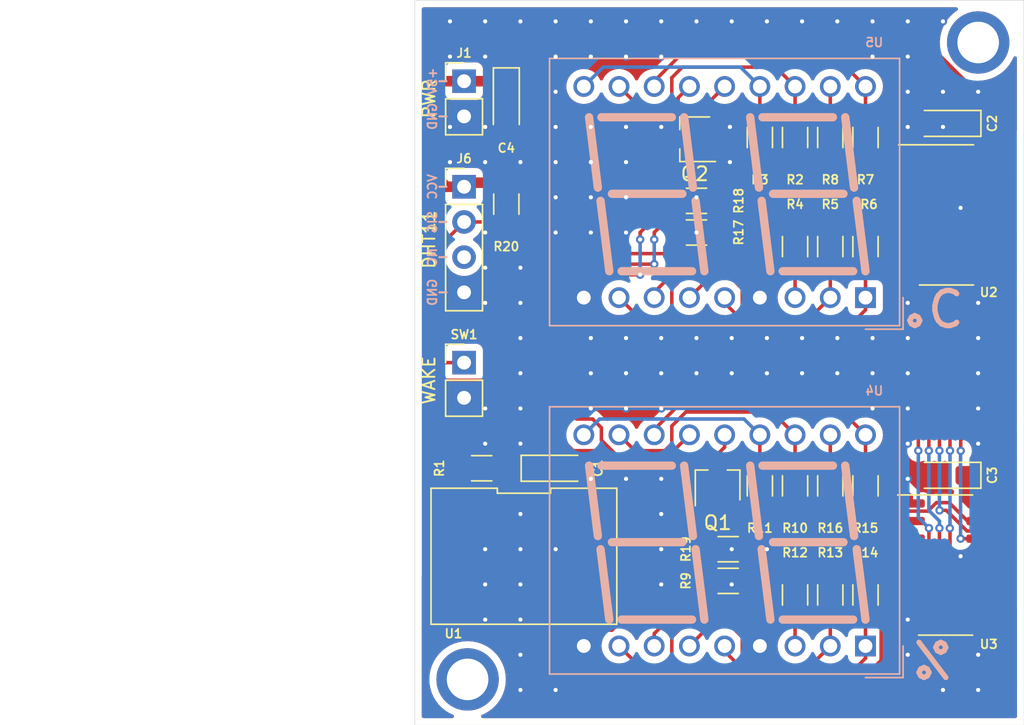
<source format=kicad_pcb>
(kicad_pcb (version 20221018) (generator pcbnew)
  (layers (0 "F.Cu" signal "Front") (31 "B.Cu" signal "Back") (34 "B.Paste" user) (35 "F.Paste" user) (36 "B.SilkS" user "B.Silkscreen") (37 "F.SilkS" user "F.Silkscreen") (38 "B.Mask" user) (39 "F.Mask" user) (44 "Edge.Cuts" user))
  (net 0 "")
  (net 1 "GND")
  (net 2 "VCC")
  (net 3 "Net-(R1-Pad2)")
  (net 4 "Net-(R2-Pad2)")
  (net 5 "Net-(R3-Pad2)")
  (net 6 "Net-(R4-Pad2)")
  (net 7 "Net-(R5-Pad2)")
  (net 8 "Net-(R6-Pad2)")
  (net 9 "Net-(R7-Pad2)")
  (net 10 "Net-(R8-Pad2)")
  (net 11 "Net-(R9-Pad2)")
  (net 12 "Net-(R10-Pad2)")
  (net 13 "Net-(R11-Pad2)")
  (net 14 "Net-(R12-Pad2)")
  (net 15 "Net-(R13-Pad2)")
  (net 16 "Net-(R14-Pad2)")
  (net 17 "Net-(R15-Pad2)")
  (net 18 "Net-(R16-Pad2)")
  (net 19 "Net-(R17-Pad2)")
  (net 20 "Net-(SW1-Pad1)")
  (net 21 "/SRCLK")
  (net 22 "/DATA")
  (net 23 "/RCLK")
  (net 24 "Net-(U2-Pad9)")
  (net 25 "Net-(J6-Pad2)")
  (net 26 "G_hum")
  (net 27 "F_hum")
  (net 28 "E_hum")
  (net 29 "D_hum")
  (net 30 "C_hum")
  (net 31 "B_hum")
  (net 32 "A_hum")
  (net 33 "G_tmp")
  (net 34 "F_tmp")
  (net 35 "E_tmp")
  (net 36 "D_tmp")
  (net 37 "C_tmp")
  (net 38 "B_tmp")
  (net 39 "A_tmp")
  (net 40 "TENS")
  (net 41 "ONES")
  (net 42 "Q_ONES")
  (net 43 "Q_TENS")
  (footprint "Resistor_SMD:R_1206_3216Metric_Pad1.30x1.75mm_HandSolder" (layer "F.Cu") (at 71.99 37.542 -90)
    (fp_text reference "R2")
    (fp_text value "270")
  )
  (footprint "Resistor_SMD:R_1206_3216Metric_Pad1.30x1.75mm_HandSolder" (layer "F.Cu") (at 69.45 37.542 -90)
    (fp_text reference "R3")
    (fp_text value "270")
  )
  (footprint "Resistor_SMD:R_1206_3216Metric_Pad1.30x1.75mm_HandSolder" (layer "F.Cu") (at 74.53 45.416 90)
    (fp_text reference "R5")
    (fp_text value "270")
  )
  (footprint "Resistor_SMD:R_1206_3216Metric_Pad1.30x1.75mm_HandSolder" (layer "F.Cu") (at 77.07 45.416 90)
    (fp_text reference "R6")
    (fp_text value "270")
  )
  (footprint "Resistor_SMD:R_1206_3216Metric_Pad1.30x1.75mm_HandSolder" (layer "F.Cu") (at 77.07 37.542 -90)
    (fp_text reference "R7")
    (fp_text value "270")
  )
  (footprint "Resistor_SMD:R_1206_3216Metric_Pad1.30x1.75mm_HandSolder" (layer "F.Cu") (at 74.53 37.542 -90)
    (fp_text reference "R8")
    (fp_text value "270")
  )
  (footprint "Resistor_SMD:R_1206_3216Metric_Pad1.30x1.75mm_HandSolder" (layer "F.Cu") (at 67.164 69.546)
    (fp_text reference "R9")
    (fp_text value "270")
  )
  (footprint "Resistor_SMD:R_1206_3216Metric_Pad1.30x1.75mm_HandSolder" (layer "F.Cu") (at 71.99 62.688 -90)
    (fp_text reference "R10")
    (fp_text value "270")
  )
  (footprint "Resistor_SMD:R_1206_3216Metric_Pad1.30x1.75mm_HandSolder" (layer "F.Cu") (at 69.45 62.688 -90)
    (fp_text reference "R11")
    (fp_text value "270")
  )
  (footprint "Resistor_SMD:R_1206_3216Metric_Pad1.30x1.75mm_HandSolder" (layer "F.Cu") (at 71.99 70.562 90)
    (fp_text reference "R12")
    (fp_text value "270")
  )
  (footprint "Resistor_SMD:R_1206_3216Metric_Pad1.30x1.75mm_HandSolder" (layer "F.Cu") (at 74.53 70.562 90)
    (fp_text reference "R13")
    (fp_text value "270")
  )
  (footprint "Resistor_SMD:R_1206_3216Metric_Pad1.30x1.75mm_HandSolder" (layer "F.Cu") (at 77.07 70.562 90)
    (fp_text reference "R14")
    (fp_text value "270")
  )
  (footprint "Resistor_SMD:R_1206_3216Metric_Pad1.30x1.75mm_HandSolder" (layer "F.Cu") (at 77.07 62.688 -90)
    (fp_text reference "R15")
    (fp_text value "270")
  )
  (footprint "Resistor_SMD:R_1206_3216Metric_Pad1.30x1.75mm_HandSolder" (layer "F.Cu") (at 74.53 62.688 -90)
    (fp_text reference "R16")
    (fp_text value "270")
  )
  (footprint "Resistor_SMD:R_1206_3216Metric_Pad1.30x1.75mm_HandSolder" (layer "F.Cu") (at 64.878 44.4)
    (fp_text reference "R17")
    (fp_text value "270")
  )
  (footprint "Package_SO:SOIC-16_3.9x9.9mm_P1.27mm" (layer "F.Cu") (at 82.912 43.13)
    (fp_text reference "U2")
    (fp_text value "74HC595")
  )
  (footprint "Package_SO:SOIC-16_3.9x9.9mm_P1.27mm" (layer "F.Cu") (at 82.847 68.403)
    (fp_text reference "U3")
    (fp_text value "74HC595")
  )
  (footprint "Resistor_SMD:R_1206_3216Metric_Pad1.30x1.75mm_HandSolder" (layer "F.Cu") (at 71.99 45.416 90)
    (fp_text reference "R4")
    (fp_text value "270")
  )
  (footprint "Connector_PinHeader_2.54mm:PinHeader_1x02_P2.54mm_Vertical" (layer "F.Cu") (at 48.114 33.478)
    (fp_text reference "J1")
    (fp_text value "POWER")
  )
  (footprint "Resistor_SMD:R_1206_3216Metric_Pad1.30x1.75mm_HandSolder" (layer "F.Cu") (at 49.384 61.418 180)
    (fp_text reference "R1")
    (fp_text value "10k")
  )
  (footprint "Connector_PinHeader_2.54mm:PinHeader_1x02_P2.54mm_Vertical" (layer "F.Cu") (at 48.114 53.793)
    (fp_text reference "SW1")
    (fp_text value "WAKE UP")
  )
  (footprint "Connector_PinHeader_2.54mm:PinHeader_1x04_P2.54mm_Vertical" (layer "F.Cu") (at 48.114 41.098)
    (fp_text reference "J6")
    (fp_text value "DHT11")
  )
  (footprint "Package_TO_SOT_SMD:SOT-23W" (layer "F.Cu") (at 66.402 62.618 90)
    (fp_text reference "Q1")
    (fp_text value "Q_NPN_BEC")
  )
  (footprint "Resistor_SMD:R_1206_3216Metric_Pad1.30x1.75mm_HandSolder" (layer "F.Cu") (at 67.164 67.26 180)
    (fp_text reference "R19")
    (fp_text value "10k")
  )
  (footprint "Resistor_SMD:R_1206_3216Metric_Pad1.30x1.75mm_HandSolder" (layer "F.Cu") (at 64.878 42.114 180)
    (fp_text reference "R18")
    (fp_text value "10k")
  )
  (footprint "Package_TO_SOT_SMD:SOT-23W" (layer "F.Cu") (at 64.751 37.669 180)
    (fp_text reference "Q2")
    (fp_text value "Q_NPN_BEC")
  )
  (footprint "Resistor_SMD:R_1206_3216Metric_Pad1.30x1.75mm_HandSolder" (layer "F.Cu") (at 51.162 42.353 90)
    (fp_text reference "R20")
    (fp_text value "10k")
  )
  (footprint "Capacitor_Tantalum_SMD:CP_EIA-3216-18_Kemet-A_Pad1.58x1.35mm_HandSolder" (layer "F.Cu") (at 51.162 35.002 -90)
    (fp_text reference "C4")
    (fp_text value "4.7u")
  )
  (footprint "Capacitor_Tantalum_SMD:CP_EIA-3216-18_Kemet-A_Pad1.58x1.35mm_HandSolder" (layer "F.Cu") (at 82.912 36.526 180)
    (fp_text reference "C2")
    (fp_text value "100n")
  )
  (footprint "Capacitor_Tantalum_SMD:CP_EIA-3216-18_Kemet-A_Pad1.58x1.35mm_HandSolder" (layer "F.Cu") (at 82.912 61.926 180)
    (fp_text reference "C3")
    (fp_text value "100n")
  )
  (footprint "Capacitor_Tantalum_SMD:CP_EIA-3216-18_Kemet-A_Pad1.58x1.35mm_HandSolder" (layer "F.Cu") (at 54.718 61.418)
    (fp_text reference "C1")
    (fp_text value "100n")
  )
  (footprint "Custom:FakeSMD_DIP-8" (layer "F.Cu") (at 52.432 67.768 -90)
    (fp_text reference "U1")
    (fp_text value "ATtiny45V-10P")
  )
  (footprint "Custom:HDSP-523Y" (layer "B.Cu") (at 77.07 65.99 180)
    (fp_text reference "U4")
    (fp_text value "HDSP-523Y")
  )
  (footprint "Custom:HDSP-523Y" (layer "B.Cu") (at 77.07 40.844 180)
    (fp_text reference "U5")
    (fp_text value "HDSP-523Y")
  )
  (gr_line (start 46.336 36.018) (end 46.844 36.018) (stroke (width 0.1524)) (layer "B.SilkS"))
  (gr_line (start 46.336 46.178) (end 46.844 46.178) (stroke (width 0.1524)) (layer "B.SilkS"))
  (gr_line (start 46.336 43.638) (end 46.844 43.638) (stroke (width 0.1524)) (layer "B.SilkS"))
  (gr_line (start 46.336 48.718) (end 46.844 48.718) (stroke (width 0.1524)) (layer "B.SilkS"))
  (gr_line (start 46.336 41.098) (end 46.844 41.098) (stroke (width 0.1524)) (layer "B.SilkS"))
  (gr_line (start 46.336 33.478) (end 46.844 33.478) (stroke (width 0.1524)) (layer "B.SilkS"))
  (gr_line (start 44.558 79.96) (end 44.558 27.636) (stroke (width 0.0381)) (layer "Edge.Cuts"))
  (gr_line (start 88.508 79.96) (end 44.558 79.96) (stroke (width 0.0381)) (layer "Edge.Cuts"))
  (gr_line (start 88.492 27.636) (end 88.508 79.96) (stroke (width 0.0381)) (layer "Edge.Cuts"))
  (gr_line (start 44.558 27.636) (end 88.492 27.636) (stroke (width 0.0381)) (layer "Edge.Cuts"))
  (gr_text "°C" (at 81.896 49.734 180) (layer "B.SilkS") (effects (font (size 2.54 2.54) (thickness 0.381)) (justify mirror)))
  (gr_text "%" (at 81.896 75.134 180) (layer "B.SilkS") (effects (font (size 2.54 2.54) (thickness 0.381)) (justify mirror)))
  (gr_text "SIG" (at 45.828001 43.637987 90) (layer "B.SilkS") (effects (font (size 0.635 0.635) (thickness 0.127)) (justify mirror)))
  (gr_text "NC" (at 45.828001 46.177987 90) (layer "B.SilkS") (effects (font (size 0.635 0.635) (thickness 0.127)) (justify mirror)))
  (gr_text "VCC" (at 45.828001 41.097987 90) (layer "B.SilkS") (effects (font (size 0.635 0.635) (thickness 0.127)) (justify mirror)))
  (gr_text "GND" (at 45.828001 36.017987 90) (layer "B.SilkS") (effects (font (size 0.635 0.635) (thickness 0.127)) (justify mirror)))
  (gr_text "GND" (at 45.828001 48.717987 90) (layer "B.SilkS") (effects (font (size 0.635 0.635) (thickness 0.127)) (justify mirror)))
  (gr_text "+5V" (at 45.828001 33.477987 90) (layer "B.SilkS") (effects (font (size 0.635 0.635) (thickness 0.127)) (justify mirror)))
  (gr_text "WAKE" (at 45.574 55.068 90) (layer "F.SilkS") (effects (font (size 0.889 0.889) (thickness 0.1397))))
  (gr_text "PWR" (at 45.574 34.748 90) (layer "F.SilkS") (effects (font (size 0.889 0.889) (thickness 0.1397))))
  (gr_text "DHT11" (at 45.574 44.908 90) (layer "F.SilkS") (effects (font (size 0.889 0.889) (thickness 0.1397))))
  (via (at 48.368 76.658) (size 4.500001) (drill 2.999999) (layers "F.Cu" "B.Cu") (net 0))
  (via (at 85.198 30.684) (size 4.500001) (drill 2.999999) (layers "F.Cu" "B.Cu") (net 0))
  (segment (start 85.387 42.495) (end 84.055 42.495) (width 0.254) (layer "F.Cu") (net 1))
  (segment (start 84.055 42.495) (end 83.928 42.622) (width 0.254) (layer "F.Cu") (net 1))
  (segment (start 85.322 67.768) (end 83.928 67.768) (width 0.254) (layer "F.Cu") (net 1))
  (via (at 62.338 62.18) (size 0.6) (drill 0.3) (layers "F.Cu" "B.Cu") (net 1))
  (via (at 52.178 69.8) (size 0.6) (drill 0.3) (layers "F.Cu" "B.Cu") (net 1))
  (via (at 85.198 34.24) (size 0.6) (drill 0.3) (layers "F.Cu" "B.Cu") (net 1))
  (via (at 49.638 39.32) (size 0.6) (drill 0.3) (layers "F.Cu" "B.Cu") (net 1))
  (via (at 49.638 36.78) (size 0.6) (drill 0.3) (layers "F.Cu" "B.Cu") (net 1))
  (via (at 47.098 36.78) (size 0.6) (drill 0.3) (layers "F.Cu" "B.Cu") (net 1))
  (via (at 82.658 29.16) (size 0.6) (drill 0.3) (layers "F.Cu" "B.Cu") (net 1))
  (via (at 52.178 39.32) (size 0.6) (drill 0.3) (layers "F.Cu" "B.Cu") (net 1))
  (via (at 54.718 34.24) (size 0.6) (drill 0.3) (layers "F.Cu" "B.Cu") (net 1))
  (via (at 69.958 29.16) (size 0.6) (drill 0.3) (layers "F.Cu" "B.Cu") (net 1))
  (via (at 62.338 57.1) (size 0.6) (drill 0.3) (layers "F.Cu" "B.Cu") (net 1))
  (via (at 49.638 59.64) (size 0.6) (drill 0.3) (layers "F.Cu" "B.Cu") (net 1))
  (via (at 59.798 52.02) (size 0.6) (drill 0.3) (layers "F.Cu" "B.Cu") (net 1))
  (via (at 69.958 54.56) (size 0.6) (drill 0.3) (layers "F.Cu" "B.Cu") (net 1))
  (via (at 52.178 46.94) (size 0.6) (drill 0.3) (layers "F.Cu" "B.Cu") (net 1))
  (via (at 54.718 36.78) (size 0.6) (drill 0.3) (layers "F.Cu" "B.Cu") (net 1))
  (via (at 77.578 29.16) (size 0.6) (drill 0.3) (layers "F.Cu" "B.Cu") (net 1))
  (via (at 80.118 34.24) (size 0.6) (drill 0.3) (layers "F.Cu" "B.Cu") (net 1))
  (via (at 80.118 52.02) (size 0.6) (drill 0.3) (layers "F.Cu" "B.Cu") (net 1))
  (via (at 67.418 29.16) (size 0.6) (drill 0.3) (layers "F.Cu" "B.Cu") (net 1))
  (via (at 83.928 67.768) (size 0.6) (drill 0.3) (layers "F.Cu" "B.Cu") (net 1))
  (via (at 57.258 29.16) (size 0.6) (drill 0.3) (layers "F.Cu" "B.Cu") (net 1))
  (via (at 82.658 77.42) (size 0.6) (drill 0.3) (layers "F.Cu" "B.Cu") (net 1))
  (via (at 47.098 31.7) (size 0.6) (drill 0.3) (layers "F.Cu" "B.Cu") (net 1))
  (via (at 62.338 29.16) (size 0.6) (drill 0.3) (layers "F.Cu" "B.Cu") (net 1))
  (via (at 54.718 44.4) (size 0.6) (drill 0.3) (layers "F.Cu" "B.Cu") (net 1))
  (via (at 69.958 52.02) (size 0.6) (drill 0.3) (layers "F.Cu" "B.Cu") (net 1))
  (via (at 62.338 31.7) (size 0.6) (drill 0.3) (layers "F.Cu" "B.Cu") (net 1))
  (via (at 80.118 57.1) (size 0.6) (drill 0.3) (layers "F.Cu" "B.Cu") (net 1))
  (via (at 67.418 54.56) (size 0.6) (drill 0.3) (layers "F.Cu" "B.Cu") (net 1))
  (via (at 57.258 41.86) (size 0.6) (drill 0.3) (layers "F.Cu" "B.Cu") (net 1))
  (via (at 62.338 36.78) (size 0.6) (drill 0.3) (layers "F.Cu" "B.Cu") (net 1))
  (via (at 49.638 67.26) (size 0.6) (drill 0.3) (layers "F.Cu" "B.Cu") (net 1))
  (via (at 59.798 44.4) (size 0.6) (drill 0.3) (layers "F.Cu" "B.Cu") (net 1))
  (via (at 67.291 36.78) (size 0.6) (drill 0.3) (layers "F.Cu" "B.Cu") (net 1))
  (via (at 82.658 34.24) (size 0.6) (drill 0.3) (layers "F.Cu" "B.Cu") (net 1))
  (via (at 64.878 54.56) (size 0.6) (drill 0.3) (layers "F.Cu" "B.Cu") (net 1))
  (via (at 49.638 31.7) (size 0.6) (drill 0.3) (layers "F.Cu" "B.Cu") (net 1))
  (via (at 57.258 44.4) (size 0.6) (drill 0.3) (layers "F.Cu" "B.Cu") (net 1))
  (via (at 49.638 57.1) (size 0.6) (drill 0.3) (layers "F.Cu" "B.Cu") (net 1))
  (via (at 52.178 72.34) (size 0.6) (drill 0.3) (layers "F.Cu" "B.Cu") (net 1))
  (via (at 75.038 54.56) (size 0.6) (drill 0.3) (layers "F.Cu" "B.Cu") (net 1))
  (via (at 52.178 54.56) (size 0.6) (drill 0.3) (layers "F.Cu" "B.Cu") (net 1))
  (via (at 62.338 64.72) (size 0.6) (drill 0.3) (layers "F.Cu" "B.Cu") (net 1))
  (via (at 52.178 64.72) (size 0.6) (drill 0.3) (layers "F.Cu" "B.Cu") (net 1))
  (via (at 59.798 41.86) (size 0.6) (drill 0.3) (layers "F.Cu" "B.Cu") (net 1))
  (via (at 47.098 39.32) (size 0.6) (drill 0.3) (layers "F.Cu" "B.Cu") (net 1))
  (via (at 59.798 62.18) (size 0.6) (drill 0.3) (layers "F.Cu" "B.Cu") (net 1))
  (via (at 57.258 36.78) (size 0.6) (drill 0.3) (layers "F.Cu" "B.Cu") (net 1))
  (via (at 67.418 52.02) (size 0.6) (drill 0.3) (layers "F.Cu" "B.Cu") (net 1))
  (via (at 62.338 54.56) (size 0.6) (drill 0.3) (layers "F.Cu" "B.Cu") (net 1))
  (via (at 80.118 72.34) (size 0.6) (drill 0.3) (layers "F.Cu" "B.Cu") (net 1))
  (via (at 80.118 49.48) (size 0.6) (drill 0.3) (layers "F.Cu" "B.Cu") (net 1))
  (via (at 80.118 54.56) (size 0.6) (drill 0.3) (layers "F.Cu" "B.Cu") (net 1))
  (via (at 67.291 39.32) (size 0.6) (drill 0.3) (layers "F.Cu" "B.Cu") (net 1))
  (via (at 64.878 41.86) (size 0.6) (drill 0.3) (layers "F.Cu" "B.Cu") (net 1))
  (via (at 57.258 57.1) (size 0.6) (drill 0.3) (layers "F.Cu" "B.Cu") (net 1))
  (via (at 85.198 57.1) (size 0.6) (drill 0.3) (layers "F.Cu" "B.Cu") (net 1))
  (via (at 54.718 29.16) (size 0.6) (drill 0.3) (layers "F.Cu" "B.Cu") (net 1))
  (via (at 77.578 57.1) (size 0.6) (drill 0.3) (layers "F.Cu" "B.Cu") (net 1))
  (via (at 72.498 52.02) (size 0.6) (drill 0.3) (layers "F.Cu" "B.Cu") (net 1))
  (via (at 52.178 29.16) (size 0.6) (drill 0.3) (layers "F.Cu" "B.Cu") (net 1))
  (via (at 47.098 29.16) (size 0.6) (drill 0.3) (layers "F.Cu" "B.Cu") (net 1))
  (via (at 52.178 77.42) (size 0.6) (drill 0.3) (layers "F.Cu" "B.Cu") (net 1))
  (via (at 59.798 54.56) (size 0.6) (drill 0.3) (layers "F.Cu" "B.Cu") (net 1))
  (via (at 49.638 29.16) (size 0.6) (drill 0.3) (layers "F.Cu" "B.Cu") (net 1))
  (via (at 54.718 39.32) (size 0.6) (drill 0.3) (layers "F.Cu" "B.Cu") (net 1))
  (via (at 85.198 77.42) (size 0.6) (drill 0.3) (layers "F.Cu" "B.Cu") (net 1))
  (via (at 62.338 67.26) (size 0.6) (drill 0.3) (layers "F.Cu" "B.Cu") (net 1))
  (via (at 80.118 62.18) (size 0.6) (drill 0.3) (layers "F.Cu" "B.Cu") (net 1))
  (via (at 80.118 29.16) (size 0.6) (drill 0.3) (layers "F.Cu" "B.Cu") (net 1))
  (via (at 54.718 41.86) (size 0.6) (drill 0.3) (layers "F.Cu" "B.Cu") (net 1))
  (via (at 59.798 36.78) (size 0.6) (drill 0.3) (layers "F.Cu" "B.Cu") (net 1))
  (via (at 85.198 74.88) (size 0.6) (drill 0.3) (layers "F.Cu" "B.Cu") (net 1))
  (via (at 57.258 54.56) (size 0.6) (drill 0.3) (layers "F.Cu" "B.Cu") (net 1))
  (via (at 80.118 74.88) (size 0.6) (drill 0.3) (layers "F.Cu" "B.Cu") (net 1))
  (via (at 49.638 72.34) (size 0.6) (drill 0.3) (layers "F.Cu" "B.Cu") (net 1))
  (via (at 80.118 31.7) (size 0.6) (drill 0.3) (layers "F.Cu" "B.Cu") (net 1))
  (via (at 64.878 44.4) (size 0.6) (drill 0.3) (layers "F.Cu" "B.Cu") (net 1))
  (via (at 62.338 69.8) (size 0.6) (drill 0.3) (layers "F.Cu" "B.Cu") (net 1))
  (via (at 57.258 39.32) (size 0.6) (drill 0.3) (layers "F.Cu" "B.Cu") (net 1))
  (via (at 85.198 52.02) (size 0.6) (drill 0.3) (layers "F.Cu" "B.Cu") (net 1))
  (via (at 52.178 57.1) (size 0.6) (drill 0.3) (layers "F.Cu" "B.Cu") (net 1))
  (via (at 64.878 52.02) (size 0.6) (drill 0.3) (layers "F.Cu" "B.Cu") (net 1))
  (via (at 54.718 77.42) (size 0.6) (drill 0.3) (layers "F.Cu" "B.Cu") (net 1))
  (via (at 54.718 31.7) (size 0.6) (drill 0.3) (layers "F.Cu" "B.Cu") (net 1))
  (via (at 52.178 67.26) (size 0.6) (drill 0.3) (layers "F.Cu" "B.Cu") (net 1))
  (via (at 57.258 62.18) (size 0.6) (drill 0.3) (layers "F.Cu" "B.Cu") (net 1))
  (via (at 67.418 69.8) (size 0.6) (drill 0.3) (layers "F.Cu" "B.Cu") (net 1))
  (via (at 49.638 69.8) (size 0.6) (drill 0.3) (layers "F.Cu" "B.Cu") (net 1))
  (via (at 69.958 67.26) (size 0.6) (drill 0.3) (layers "F.Cu" "B.Cu") (net 1))
  (via (at 85.198 49.48) (size 0.6) (drill 0.3) (layers "F.Cu" "B.Cu") (net 1))
  (via (at 80.118 59.64) (size 0.6) (drill 0.3) (layers "F.Cu" "B.Cu") (net 1))
  (via (at 52.178 52.02) (size 0.6) (drill 0.3) (layers "F.Cu" "B.Cu") (net 1))
  (via (at 59.798 29.16) (size 0.6) (drill 0.3) (layers "F.Cu" "B.Cu") (net 1))
  (via (at 85.198 59.64) (size 0.6) (drill 0.3) (layers "F.Cu" "B.Cu") (net 1))
  (via (at 77.578 52.02) (size 0.6) (drill 0.3) (layers "F.Cu" "B.Cu") (net 1))
  (via (at 67.418 67.26) (size 0.6) (drill 0.3) (layers "F.Cu" "B.Cu") (net 1))
  (via (at 72.498 54.56) (size 0.6) (drill 0.3) (layers "F.Cu" "B.Cu") (net 1))
  (via (at 72.498 29.16) (size 0.6) (drill 0.3) (layers "F.Cu" "B.Cu") (net 1))
  (via (at 83.928 42.622) (size 0.6) (drill 0.3) (layers "F.Cu" "B.Cu") (net 1))
  (via (at 57.258 31.7) (size 0.6) (drill 0.3) (layers "F.Cu" "B.Cu") (net 1))
  (via (at 77.578 54.56) (size 0.6) (drill 0.3) (layers "F.Cu" "B.Cu") (net 1))
  (via (at 82.658 36.78) (size 0.6) (drill 0.3) (layers "F.Cu" "B.Cu") (net 1))
  (via (at 49.638 49.48) (size 0.6) (drill 0.3) (layers "F.Cu" "B.Cu") (net 1))
  (via (at 54.718 67.26) (size 0.6) (drill 0.3) (layers "F.Cu" "B.Cu") (net 1))
  (via (at 49.638 44.4) (size 0.6) (drill 0.3) (layers "F.Cu" "B.Cu") (net 1))
  (via (at 64.878 29.16) (size 0.6) (drill 0.3) (layers "F.Cu" "B.Cu") (net 1))
  (via (at 52.178 49.48) (size 0.6) (drill 0.3) (layers "F.Cu" "B.Cu") (net 1))
  (via (at 59.798 31.7) (size 0.6) (drill 0.3) (layers "F.Cu" "B.Cu") (net 1))
  (via (at 77.578 31.7) (size 0.6) (drill 0.3) (layers "F.Cu" "B.Cu") (net 1))
  (via (at 75.038 29.16) (size 0.6) (drill 0.3) (layers "F.Cu" "B.Cu") (net 1))
  (via (at 85.198 54.56) (size 0.6) (drill 0.3) (layers "F.Cu" "B.Cu") (net 1))
  (via (at 49.638 46.94) (size 0.6) (drill 0.3) (layers "F.Cu" "B.Cu") (net 1))
  (via (at 59.798 57.1) (size 0.6) (drill 0.3) (layers "F.Cu" "B.Cu") (net 1))
  (via (at 80.118 36.78) (size 0.6) (drill 0.3) (layers "F.Cu" "B.Cu") (net 1))
  (via (at 52.178 74.88) (size 0.6) (drill 0.3) (layers "F.Cu" "B.Cu") (net 1))
  (via (at 52.178 59.64) (size 0.6) (drill 0.3) (layers "F.Cu" "B.Cu") (net 1))
  (via (at 59.798 39.32) (size 0.6) (drill 0.3) (layers "F.Cu" "B.Cu") (net 1))
  (via (at 57.258 52.02) (size 0.6) (drill 0.3) (layers "F.Cu" "B.Cu") (net 1))
  (via (at 62.338 52.02) (size 0.6) (drill 0.3) (layers "F.Cu" "B.Cu") (net 1))
  (via (at 75.038 52.02) (size 0.6) (drill 0.3) (layers "F.Cu" "B.Cu") (net 1))
  (segment (start 51.0755 33.478) (end 51.162 33.5645) (width 0.762) (layer "F.Cu") (net 2))
  (segment (start 52.432 30.684) (end 81.134 30.684) (width 0.762) (layer "F.Cu") (net 2))
  (segment (start 87.23 64.72) (end 86.468 63.958) (width 0.254) (layer "F.Cu") (net 2))
  (segment (start 85.322 71.578) (end 86.722 71.578) (width 0.254) (layer "F.Cu") (net 2))
  (segment (start 48.114 33.478) (end 46.59 33.478) (width 0.762) (layer "F.Cu") (net 2))
  (segment (start 50.934 61.418) (end 53.2805 61.418) (width 0.762) (layer "F.Cu") (net 2))
  (segment (start 54.464 63.958) (end 57.432 63.958) (width 0.762) (layer "F.Cu") (net 2))
  (segment (start 81.134 30.684) (end 84.3495 33.8995) (width 0.762) (layer "F.Cu") (net 2))
  (segment (start 86.722 71.578) (end 87.23 71.07) (width 0.254) (layer "F.Cu") (net 2))
  (segment (start 87.23 37.796) (end 87.23 60.402) (width 0.762) (layer "F.Cu") (net 2))
  (segment (start 84.3495 33.8995) (end 84.3495 36.526) (width 0.762) (layer "F.Cu") (net 2))
  (segment (start 84.79675 38.66475) (end 85.36675 38.66475) (width 0.762) (layer "F.Cu") (net 2))
  (segment (start 46.844 41.098) (end 48.114 41.098) (width 0.762) (layer "F.Cu") (net 2))
  (segment (start 48.114 41.098) (end 48.409 40.803) (width 0.762) (layer "F.Cu") (net 2))
  (segment (start 84.69 63.958) (end 85.322 63.958) (width 0.762) (layer "F.Cu") (net 2))
  (segment (start 87.23 60.402) (end 85.706 61.926) (width 0.762) (layer "F.Cu") (net 2))
  (segment (start 53.2805 62.7745) (end 54.464 63.958) (width 0.762) (layer "F.Cu") (net 2))
  (segment (start 46.082 33.986) (end 46.082 40.336) (width 0.762) (layer "F.Cu") (net 2))
  (segment (start 86.468 63.958) (end 85.322 63.958) (width 0.254) (layer "F.Cu") (net 2))
  (segment (start 46.59 33.478) (end 46.082 33.986) (width 0.762) (layer "F.Cu") (net 2))
  (segment (start 46.082 40.336) (end 46.844 41.098) (width 0.762) (layer "F.Cu") (net 2))
  (segment (start 52.645 40.803) (end 53.2805 41.4385) (width 0.762) (layer "F.Cu") (net 2))
  (segment (start 51.162 40.803) (end 52.645 40.803) (width 0.762) (layer "F.Cu") (net 2))
  (segment (start 51.162 33.5645) (end 51.162 31.954) (width 0.762) (layer "F.Cu") (net 2))
  (segment (start 84.3495 36.526) (end 85.96 36.526) (width 0.762) (layer "F.Cu") (net 2))
  (segment (start 84.3495 63.6175) (end 84.69 63.958) (width 0.762) (layer "F.Cu") (net 2))
  (segment (start 48.409 40.803) (end 51.162 40.803) (width 0.762) (layer "F.Cu") (net 2))
  (segment (start 87.23 71.07) (end 87.23 64.72) (width 0.254) (layer "F.Cu") (net 2))
  (segment (start 84.436 36.8665) (end 84.436 38.304) (width 0.762) (layer "F.Cu") (net 2))
  (segment (start 48.114 33.478) (end 51.0755 33.478) (width 0.762) (layer "F.Cu") (net 2))
  (segment (start 53.2805 61.418) (end 53.2805 62.7745) (width 0.762) (layer "F.Cu") (net 2))
  (segment (start 51.162 31.954) (end 52.432 30.684) (width 0.762) (layer "F.Cu") (net 2))
  (segment (start 85.96 36.526) (end 87.23 37.796) (width 0.762) (layer "F.Cu") (net 2))
  (segment (start 85.706 61.926) (end 84.3495 61.926) (width 0.762) (layer "F.Cu") (net 2))
  (segment (start 53.2805 41.4385) (end 53.2805 61.418) (width 0.762) (layer "F.Cu") (net 2))
  (segment (start 85.387 46.305) (end 87.484 46.305) (width 0.254) (layer "F.Cu") (net 2))
  (segment (start 84.436 38.304) (end 84.79675 38.66475) (width 0.762) (layer "F.Cu") (net 2))
  (segment (start 84.07525 36.50575) (end 84.436 36.8665) (width 0.762) (layer "F.Cu") (net 2))
  (segment (start 84.3495 61.926) (end 84.3495 63.6175) (width 0.762) (layer "F.Cu") (net 2))
  (segment (start 47.834 61.418) (end 47.834 63.556) (width 0.254) (layer "F.Cu") (net 3))
  (segment (start 47.834 63.556) (end 47.432 63.958) (width 0.254) (layer "F.Cu") (net 3))
  (segment (start 78.32748 37.936) (end 72.358 37.936) (width 0.254) (layer "F.Cu") (net 4))
  (segment (start 85.436 39.968) (end 84.068 39.968) (width 0.254) (layer "F.Cu") (net 4))
  (segment (start 78.708 38.825) (end 78.708 38.31652) (width 0.254) (layer "F.Cu") (net 4))
  (segment (start 72.358 37.936) (end 72.104 38.19) (width 0.254) (layer "F.Cu") (net 4))
  (segment (start 84.068 39.968) (end 83.42 39.32) (width 0.254) (layer "F.Cu") (net 4))
  (segment (start 72.104 38.19) (end 72.104 38.978) (width 0.254) (layer "F.Cu") (net 4))
  (segment (start 79.203 39.32) (end 78.708 38.825) (width 0.254) (layer "F.Cu") (net 4))
  (segment (start 83.42 39.32) (end 79.203 39.32) (width 0.254) (layer "F.Cu") (net 4))
  (segment (start 78.708 38.31652) (end 78.32748 37.936) (width 0.254) (layer "F.Cu") (net 4))
  (segment (start 80.486 38.19) (end 79.724 37.428) (width 0.254) (layer "F.Cu") (net 5))
  (segment (start 80.486 38.698) (end 80.486 38.19) (width 0.254) (layer "F.Cu") (net 5))
  (segment (start 79.724 37.428) (end 70.326 37.428) (width 0.254) (layer "F.Cu") (net 5))
  (segment (start 69.564 38.19) (end 69.564 38.978) (width 0.254) (layer "F.Cu") (net 5))
  (segment (start 70.326 37.428) (end 69.564 38.19) (width 0.254) (layer "F.Cu") (net 5))
  (segment (start 80.486 39.968) (end 78.962 39.968) (width 0.254) (layer "F.Cu") (net 6))
  (segment (start 71.99 42.876) (end 71.99 43.866) (width 0.254) (layer "F.Cu") (net 6))
  (segment (start 78.962 39.968) (end 76.93 42) (width 0.254) (layer "F.Cu") (net 6))
  (segment (start 76.93 42) (end 72.866 42) (width 0.254) (layer "F.Cu") (net 6))
  (segment (start 72.866 42) (end 71.99 42.876) (width 0.254) (layer "F.Cu") (net 6))
  (segment (start 77.692 42.508) (end 74.898 42.508) (width 0.254) (layer "F.Cu") (net 7))
  (segment (start 74.53 42.876) (end 74.53 43.866) (width 0.254) (layer "F.Cu") (net 7))
  (segment (start 74.898 42.508) (end 74.53 42.876) (width 0.254) (layer "F.Cu") (net 7))
  (segment (start 80.486 41.238) (end 78.962 41.238) (width 0.254) (layer "F.Cu") (net 7))
  (segment (start 78.962 41.238) (end 77.692 42.508) (width 0.254) (layer "F.Cu") (net 7))
  (segment (start 80.486 42.508) (end 79.343 42.508) (width 0.254) (layer "F.Cu") (net 8))
  (segment (start 79.343 42.508) (end 78.099 43.752) (width 0.254) (layer "F.Cu") (net 8))
  (segment (start 78.099 43.752) (end 77.184 43.752) (width 0.254) (layer "F.Cu") (net 8))
  (segment (start 75.66 41.492) (end 72.358 41.492) (width 0.254) (layer "F.Cu") (net 9))
  (segment (start 70.834 44.794) (end 71.088 45.048) (width 0.254) (layer "F.Cu") (net 9))
  (segment (start 77.07 39.092) (end 77.07 40.082) (width 0.254) (layer "F.Cu") (net 9))
  (segment (start 71.088 45.048) (end 77.946 45.048) (width 0.254) (layer "F.Cu") (net 9))
  (segment (start 77.946 45.048) (end 79.216 43.778) (width 0.254) (layer "F.Cu") (net 9))
  (segment (start 77.07 40.082) (end 75.66 41.492) (width 0.254) (layer "F.Cu") (net 9))
  (segment (start 79.216 43.778) (end 80.486 43.778) (width 0.254) (layer "F.Cu") (net 9))
  (segment (start 70.834 43.016) (end 70.834 44.794) (width 0.254) (layer "F.Cu") (net 9))
  (segment (start 72.358 41.492) (end 70.834 43.016) (width 0.254) (layer "F.Cu") (net 9))
  (segment (start 70.326 45.048) (end 70.834 45.556) (width 0.254) (layer "F.Cu") (net 10))
  (segment (start 70.326 42.762) (end 70.326 45.048) (width 0.254) (layer "F.Cu") (net 10))
  (segment (start 78.453169 45.556) (end 78.961169 45.048) (width 0.254) (layer "F.Cu") (net 10))
  (segment (start 78.961169 45.048) (end 80.486 45.048) (width 0.254) (layer "F.Cu") (net 10))
  (segment (start 72.104 40.984) (end 70.326 42.762) (width 0.254) (layer "F.Cu") (net 10))
  (segment (start 73.628 40.984) (end 72.104 40.984) (width 0.254) (layer "F.Cu") (net 10))
  (segment (start 74.53 40.082) (end 73.628 40.984) (width 0.254) (layer "F.Cu") (net 10))
  (segment (start 70.834 45.556) (end 78.453169 45.556) (width 0.254) (layer "F.Cu") (net 10))
  (segment (start 74.53 39.092) (end 74.53 40.082) (width 0.254) (layer "F.Cu") (net 10))
  (segment (start 81.646185 65.739367) (end 81.646185 70.579478) (width 0.254) (layer "F.Cu") (net 11))
  (segment (start 81.646185 70.579478) (end 81.201183 71.02448) (width 0.254) (layer "F.Cu") (net 11))
  (segment (start 80.88 60.148) (end 80.88 58.497) (width 0.254) (layer "F.Cu") (net 11))
  (segment (start 68.89648 71.02448) (end 68.46 70.588) (width 0.254) (layer "F.Cu") (net 11))
  (segment (start 82.15 57.227) (end 82.15 46.686) (width 0.254) (layer "F.Cu") (net 11))
  (segment (start 81.769 46.305) (end 80.437 46.305) (width 0.254) (layer "F.Cu") (net 11))
  (segment (start 82.15 46.686) (end 81.769 46.305) (width 0.254) (layer "F.Cu") (net 11))
  (segment (start 68.46 70.588) (end 68.46 69.546) (width 0.254) (layer "F.Cu") (net 11))
  (segment (start 81.201183 71.02448) (end 68.89648 71.02448) (width 0.254) (layer "F.Cu") (net 11))
  (segment (start 80.88 58.497) (end 82.15 57.227) (width 0.254) (layer "F.Cu") (net 11))
  (via (at 80.88 60.148) (size 0.6) (drill 0.3) (layers "F.Cu" "B.Cu") (net 11))
  (via (at 81.646185 65.739367) (size 0.6) (drill 0.3) (layers "F.Cu" "B.Cu") (net 11))
  (segment (start 80.88 63.45) (end 80.88 64.973182) (width 0.254) (layer "B.Cu") (net 11))
  (segment (start 80.88 64.973182) (end 81.646185 65.739367) (width 0.254) (layer "B.Cu") (net 11))
  (segment (start 80.88 60.148) (end 80.88 63.45) (width 0.254) (layer "B.Cu") (net 11))
  (segment (start 72.244 63.196) (end 71.99 63.45) (width 0.254) (layer "F.Cu") (net 12))
  (segment (start 79.02052 64.51152) (end 78.594 64.085) (width 0.254) (layer "F.Cu") (net 12))
  (segment (start 78.21348 63.196) (end 72.244 63.196) (width 0.254) (layer "F.Cu") (net 12))
  (segment (start 78.594 63.57652) (end 78.21348 63.196) (width 0.254) (layer "F.Cu") (net 12))
  (segment (start 81.570504 64.51152) (end 79.02052 64.51152) (width 0.254) (layer "F.Cu") (net 12))
  (segment (start 78.594 64.085) (end 78.594 63.57652) (width 0.254) (layer "F.Cu") (net 12))
  (segment (start 83.107509 63.899509) (end 82.182515 63.899509) (width 0.254) (layer "F.Cu") (net 12))
  (segment (start 82.182515 63.899509) (end 81.570504 64.51152) (width 0.254) (layer "F.Cu") (net 12))
  (segment (start 84.436 65.228) (end 83.107509 63.899509) (width 0.254) (layer "F.Cu") (net 12))
  (segment (start 71.99 63.45) (end 71.99 64.238) (width 0.254) (layer "F.Cu") (net 12))
  (segment (start 85.322 65.228) (end 84.436 65.228) (width 0.254) (layer "F.Cu") (net 12))
  (segment (start 79.61 62.688) (end 70.212 62.688) (width 0.254) (layer "F.Cu") (net 13))
  (segment (start 80.372 63.45) (end 79.61 62.688) (width 0.254) (layer "F.Cu") (net 13))
  (segment (start 69.45 63.45) (end 69.45 64.238) (width 0.254) (layer "F.Cu") (net 13))
  (segment (start 80.372 63.958) (end 80.372 63.45) (width 0.254) (layer "F.Cu") (net 13))
  (segment (start 70.212 62.688) (end 69.45 63.45) (width 0.254) (layer "F.Cu") (net 13))
  (segment (start 79.102 65.228) (end 77.07 67.26) (width 0.254) (layer "F.Cu") (net 14))
  (segment (start 77.07 67.26) (end 72.752 67.26) (width 0.254) (layer "F.Cu") (net 14))
  (segment (start 71.99 68.022) (end 71.99 69.012) (width 0.254) (layer "F.Cu") (net 14))
  (segment (start 80.372 65.228) (end 79.102 65.228) (width 0.254) (layer "F.Cu") (net 14))
  (segment (start 72.752 67.26) (end 71.99 68.022) (width 0.254) (layer "F.Cu") (net 14))
  (segment (start 74.784 67.768) (end 74.53 68.022) (width 0.254) (layer "F.Cu") (net 15))
  (segment (start 77.832 67.768) (end 74.784 67.768) (width 0.254) (layer "F.Cu") (net 15))
  (segment (start 80.372 66.498) (end 79.102 66.498) (width 0.254) (layer "F.Cu") (net 15))
  (segment (start 74.53 68.022) (end 74.53 69.012) (width 0.254) (layer "F.Cu") (net 15))
  (segment (start 79.102 66.498) (end 77.832 67.768) (width 0.254) (layer "F.Cu") (net 15))
  (segment (start 79.356 67.768) (end 78.112 69.012) (width 0.254) (layer "F.Cu") (net 16))
  (segment (start 78.112 69.012) (end 77.07 69.012) (width 0.254) (layer "F.Cu") (net 16))
  (segment (start 80.372 67.768) (end 79.356 67.768) (width 0.254) (layer "F.Cu") (net 16))
  (segment (start 78.052542 70.054) (end 79.068542 69.038) (width 0.254) (layer "F.Cu") (net 17))
  (segment (start 77.07 64.238) (end 77.07 64.974) (width 0.254) (layer "F.Cu") (net 17))
  (segment (start 72.244 66.752) (end 70.72 68.276) (width 0.254) (layer "F.Cu") (net 17))
  (segment (start 70.72 69.8) (end 70.974 70.054) (width 0.254) (layer "F.Cu") (net 17))
  (segment (start 77.07 64.974) (end 75.292 66.752) (width 0.254) (layer "F.Cu") (net 17))
  (segment (start 70.72 68.276) (end 70.72 69.8) (width 0.254) (layer "F.Cu") (net 17))
  (segment (start 75.292 66.752) (end 72.244 66.752) (width 0.254) (layer "F.Cu") (net 17))
  (segment (start 70.974 70.054) (end 78.052542 70.054) (width 0.254) (layer "F.Cu") (net 17))
  (segment (start 79.068542 69.038) (end 80.372 69.038) (width 0.254) (layer "F.Cu") (net 17))
  (segment (start 79.100339 70.308) (end 80.372 70.308) (width 0.254) (layer "F.Cu") (net 18))
  (segment (start 71.99 66.244) (end 70.212 68.022) (width 0.254) (layer "F.Cu") (net 18))
  (segment (start 73.26 66.244) (end 71.99 66.244) (width 0.254) (layer "F.Cu") (net 18))
  (segment (start 74.53 64.974) (end 73.26 66.244) (width 0.254) (layer "F.Cu") (net 18))
  (segment (start 70.212 70.308) (end 70.466 70.562) (width 0.254) (layer "F.Cu") (net 18))
  (segment (start 70.212 68.022) (end 70.212 70.308) (width 0.254) (layer "F.Cu") (net 18))
  (segment (start 74.53 64.238) (end 74.53 64.974) (width 0.254) (layer "F.Cu") (net 18))
  (segment (start 78.846339 70.562) (end 79.100339 70.308) (width 0.254) (layer "F.Cu") (net 18))
  (segment (start 70.466 70.562) (end 78.846339 70.562) (width 0.254) (layer "F.Cu") (net 18))
  (segment (start 58.782 73.102) (end 59.798 72.086) (width 0.254) (layer "F.Cu") (net 19))
  (segment (start 55.48 73.864) (end 56.242 73.102) (width 0.254) (layer "F.Cu") (net 19))
  (segment (start 58.782 62.942) (end 55.226 62.942) (width 0.254) (layer "F.Cu") (net 19))
  (segment (start 59.798 72.086) (end 59.798 63.958) (width 0.254) (layer "F.Cu") (net 19))
  (segment (start 55.226 62.942) (end 54.464 62.18) (width 0.254) (layer "F.Cu") (net 19))
  (segment (start 76.816 76.658) (end 57.258 76.658) (width 0.254) (layer "F.Cu") (net 19))
  (segment (start 54.464 47.448) (end 55.988 45.924) (width 0.254) (layer "F.Cu") (net 19))
  (segment (start 55.988 45.924) (end 65.894 45.924) (width 0.254) (layer "F.Cu") (net 19))
  (segment (start 66.428 45.39) (end 66.428 44.4) (width 0.254) (layer "F.Cu") (net 19))
  (segment (start 80.372 71.578) (end 79.102 71.578) (width 0.254) (layer "F.Cu") (net 19))
  (segment (start 78.19852 72.48148) (end 78.19852 75.27548) (width 0.254) (layer "F.Cu") (net 19))
  (segment (start 54.464 62.18) (end 54.464 47.448) (width 0.254) (layer "F.Cu") (net 19))
  (segment (start 56.242 73.102) (end 58.782 73.102) (width 0.254) (layer "F.Cu") (net 19))
  (segment (start 57.258 76.658) (end 55.48 74.88) (width 0.254) (layer "F.Cu") (net 19))
  (segment (start 78.19852 75.27548) (end 76.816 76.658) (width 0.254) (layer "F.Cu") (net 19))
  (segment (start 59.798 63.958) (end 58.782 62.942) (width 0.254) (layer "F.Cu") (net 19))
  (segment (start 65.894 45.924) (end 66.428 45.39) (width 0.254) (layer "F.Cu") (net 19))
  (segment (start 55.48 74.88) (end 55.48 73.864) (width 0.254) (layer "F.Cu") (net 19))
  (segment (start 79.102 71.578) (end 78.19852 72.48148) (width 0.254) (layer "F.Cu") (net 19))
  (segment (start 48.114 53.793) (end 46.595 53.793) (width 0.254) (layer "F.Cu") (net 20))
  (segment (start 46.595 53.793) (end 45.32 55.068) (width 0.254) (layer "F.Cu") (net 20))
  (segment (start 45.32 55.068) (end 45.32 68.276) (width 0.254) (layer "F.Cu") (net 20))
  (segment (start 46.082 69.038) (end 47.432 69.038) (width 0.254) (layer "F.Cu") (net 20))
  (segment (start 45.32 68.276) (end 46.082 69.038) (width 0.254) (layer "F.Cu") (net 20))
  (segment (start 83.166 65.76196) (end 83.166 70.308) (width 0.254) (layer "F.Cu") (net 21))
  (segment (start 83.15302 65.74898) (end 83.166 65.76196) (width 0.254) (layer "F.Cu") (net 21))
  (segment (start 83.166 74.118) (end 83.166 70.308) (width 0.254) (layer "F.Cu") (net 21))
  (segment (start 83.674 45.543) (end 84.182 45.035) (width 0.254) (layer "F.Cu") (net 21))
  (segment (start 83.166 70.308) (end 85.322 70.308) (width 0.254) (layer "F.Cu") (net 21))
  (segment (start 79.61 77.674) (end 83.166 74.118) (width 0.254) (layer "F.Cu") (net 21))
  (segment (start 54.464 75.388) (end 56.75 77.674) (width 0.254) (layer "F.Cu") (net 21))
  (segment (start 83.674 58.624) (end 83.674 45.543) (width 0.254) (layer "F.Cu") (net 21))
  (segment (start 55.734 71.578) (end 54.464 72.848) (width 0.254) (layer "F.Cu") (net 21))
  (segment (start 83.166 60.148) (end 83.166 59.132) (width 0.254) (layer "F.Cu") (net 21))
  (segment (start 56.75 77.674) (end 79.61 77.674) (width 0.254) (layer "F.Cu") (net 21))
  (segment (start 83.166 59.132) (end 83.674 58.624) (width 0.254) (layer "F.Cu") (net 21))
  (segment (start 57.432 71.578) (end 55.734 71.578) (width 0.254) (layer "F.Cu") (net 21))
  (segment (start 84.182 45.035) (end 85.387 45.035) (width 0.254) (layer "F.Cu") (net 21))
  (segment (start 54.464 72.848) (end 54.464 75.388) (width 0.254) (layer "F.Cu") (net 21))
  (via (at 83.15302 65.74898) (size 0.6) (drill 0.3) (layers "F.Cu" "B.Cu") (net 21))
  (via (at 83.166 60.148) (size 0.6) (drill 0.3) (layers "F.Cu" "B.Cu") (net 21))
  (segment (start 83.166 65.736) (end 83.166 60.148) (width 0.254) (layer "B.Cu") (net 21))
  (segment (start 83.15302 65.74898) (end 83.166 65.736) (width 0.254) (layer "B.Cu") (net 21))
  (segment (start 57.019068 77.166) (end 54.972 75.118932) (width 0.254) (layer "F.Cu") (net 22))
  (segment (start 81.642 60.148) (end 81.642 58.624) (width 0.254) (layer "F.Cu") (net 22))
  (segment (start 54.972 73.356) (end 55.622068 72.705932) (width 0.254) (layer "F.Cu") (net 22))
  (segment (start 59.036 69.038) (end 57.432 69.038) (width 0.254) (layer "F.Cu") (net 22))
  (segment (start 59.29 69.292) (end 59.036 69.038) (width 0.254) (layer "F.Cu") (net 22))
  (segment (start 82.658 42.622) (end 84.055 41.225) (width 0.254) (layer "F.Cu") (net 22))
  (segment (start 79.356 77.166) (end 57.019068 77.166) (width 0.254) (layer "F.Cu") (net 22))
  (segment (start 58.639932 72.705932) (end 59.29 72.055864) (width 0.254) (layer "F.Cu") (net 22))
  (segment (start 54.972 75.118932) (end 54.972 73.356) (width 0.254) (layer "F.Cu") (net 22))
  (segment (start 82.404 65.736) (end 82.404 74.118) (width 0.254) (layer "F.Cu") (net 22))
  (segment (start 81.642 58.624) (end 82.658 57.608) (width 0.254) (layer "F.Cu") (net 22))
  (segment (start 55.622068 72.705932) (end 58.639932 72.705932) (width 0.254) (layer "F.Cu") (net 22))
  (segment (start 84.055 41.225) (end 85.387 41.225) (width 0.254) (layer "F.Cu") (net 22))
  (segment (start 82.658 57.608) (end 82.658 42.622) (width 0.254) (layer "F.Cu") (net 22))
  (segment (start 59.29 72.055864) (end 59.29 69.292) (width 0.254) (layer "F.Cu") (net 22))
  (segment (start 82.404 74.118) (end 79.356 77.166) (width 0.254) (layer "F.Cu") (net 22))
  (via (at 81.642 60.148) (size 0.6) (drill 0.3) (layers "F.Cu" "B.Cu") (net 22))
  (via (at 82.404 65.736) (size 0.6) (drill 0.3) (layers "F.Cu" "B.Cu") (net 22))
  (segment (start 81.642 64.466) (end 81.642 60.148) (width 0.254) (layer "B.Cu") (net 22))
  (segment (start 82.404 65.736) (end 82.404 65.228) (width 0.254) (layer "B.Cu") (net 22))
  (segment (start 82.404 65.228) (end 81.642 64.466) (width 0.254) (layer "B.Cu") (net 22))
  (segment (start 84.39048 65.94448) (end 86.42248 65.94448) (width 0.254) (layer "F.Cu") (net 23))
  (segment (start 86.42248 65.94448) (end 86.722 66.244) (width 0.254) (layer "F.Cu") (net 23))
  (segment (start 84.22752 71.02448) (end 83.928 71.324) (width 0.254) (layer "F.Cu") (net 23))
  (segment (start 83.928 71.324) (end 83.928 74.372) (width 0.254) (layer "F.Cu") (net 23))
  (segment (start 86.483384 71.02448) (end 84.22752 71.02448) (width 0.254) (layer "F.Cu") (net 23))
  (segment (start 83.928 74.372) (end 80.118 78.182) (width 0.254) (layer "F.Cu") (net 23))
  (segment (start 53.956 75.642) (end 53.956 72.467) (width 0.254) (layer "F.Cu") (net 23))
  (segment (start 85.322 69.038) (end 86.722 69.038) (width 0.254) (layer "F.Cu") (net 23))
  (segment (start 86.722 66.244) (end 86.722 69.546) (width 0.254) (layer "F.Cu") (net 23))
  (segment (start 84.055 43.765) (end 85.387 43.765) (width 0.254) (layer "F.Cu") (net 23))
  (segment (start 86.722 69.546) (end 86.722 70.785864) (width 0.254) (layer "F.Cu") (net 23))
  (segment (start 82.89902 64.45302) (end 84.39048 65.94448) (width 0.254) (layer "F.Cu") (net 23))
  (segment (start 86.722 69.038) (end 86.722 69.546) (width 0.254) (layer "F.Cu") (net 23))
  (segment (start 82.404 58.878) (end 83.166 58.116) (width 0.254) (layer "F.Cu") (net 23))
  (segment (start 55.48 70.943) (end 55.48 66.752) (width 0.254) (layer "F.Cu") (net 23))
  (segment (start 80.118 78.182) (end 56.496 78.182) (width 0.254) (layer "F.Cu") (net 23))
  (segment (start 83.166 44.654) (end 84.055 43.765) (width 0.254) (layer "F.Cu") (net 23))
  (segment (start 82.411788 64.45302) (end 82.89902 64.45302) (width 0.254) (layer "F.Cu") (net 23))
  (segment (start 86.722 70.785864) (end 86.483384 71.02448) (width 0.254) (layer "F.Cu") (net 23))
  (segment (start 55.734 66.498) (end 57.432 66.498) (width 0.254) (layer "F.Cu") (net 23))
  (segment (start 82.404 60.148) (end 82.404 58.878) (width 0.254) (layer "F.Cu") (net 23))
  (segment (start 53.956 72.467) (end 55.48 70.943) (width 0.254) (layer "F.Cu") (net 23))
  (segment (start 55.48 66.752) (end 55.734 66.498) (width 0.254) (layer "F.Cu") (net 23))
  (segment (start 56.496 78.182) (end 53.956 75.642) (width 0.254) (layer "F.Cu") (net 23))
  (segment (start 83.166 58.116) (end 83.166 44.654) (width 0.254) (layer "F.Cu") (net 23))
  (via (at 82.404 60.148) (size 0.6) (drill 0.3) (layers "F.Cu" "B.Cu") (net 23))
  (via (at 82.411788 64.45302) (size 0.6) (drill 0.3) (layers "F.Cu" "B.Cu") (net 23))
  (segment (start 82.411788 64.45302) (end 82.404 64.445232) (width 0.254) (layer "B.Cu") (net 23))
  (segment (start 82.404 64.445232) (end 82.404 60.148) (width 0.254) (layer "B.Cu") (net 23))
  (segment (start 83.938384 59.375616) (end 84.182 59.132) (width 0.254) (layer "F.Cu") (net 24))
  (segment (start 84.182 49.226) (end 85.387 48.021) (width 0.254) (layer "F.Cu") (net 24))
  (segment (start 84.182 59.132) (end 84.182 49.226) (width 0.254) (layer "F.Cu") (net 24))
  (segment (start 85.387 48.021) (end 85.387 47.575) (width 0.254) (layer "F.Cu") (net 24))
  (segment (start 83.928 66.498) (end 85.322 66.498) (width 0.254) (layer "F.Cu") (net 24))
  (segment (start 83.938384 60.158384) (end 83.938384 59.375616) (width 0.254) (layer "F.Cu") (net 24))
  (via (at 83.938384 60.158384) (size 0.6) (drill 0.3) (layers "F.Cu" "B.Cu") (net 24))
  (via (at 83.928 66.498) (size 0.6) (drill 0.3) (layers "F.Cu" "B.Cu") (net 24))
  (segment (start 83.928 60.168768) (end 83.928 66.498) (width 0.254) (layer "B.Cu") (net 24))
  (segment (start 83.938384 60.158384) (end 83.928 60.168768) (width 0.254) (layer "B.Cu") (net 24))
  (segment (start 48.368 52.274) (end 49.638 52.274) (width 0.254) (layer "F.Cu") (net 25))
  (segment (start 48.114 43.638) (end 50.897 43.638) (width 0.254) (layer "F.Cu") (net 25))
  (segment (start 46.59 45.162) (end 46.59 50.496) (width 0.254) (layer "F.Cu") (net 25))
  (segment (start 48.442564 59.64) (end 49.384 60.581436) (width 0.254) (layer "F.Cu") (net 25))
  (segment (start 49.638 52.274) (end 50.019 52.655) (width 0.254) (layer "F.Cu") (net 25))
  (segment (start 48.368 66.498) (end 47.432 66.498) (width 0.254) (layer "F.Cu") (net 25))
  (segment (start 50.019 52.655) (end 50.019 54.749022) (width 0.254) (layer "F.Cu") (net 25))
  (segment (start 46.48348 55.42852) (end 46.48348 59.27948) (width 0.254) (layer "F.Cu") (net 25))
  (segment (start 46.59 50.496) (end 48.368 52.274) (width 0.254) (layer "F.Cu") (net 25))
  (segment (start 49.384 65.482) (end 48.368 66.498) (width 0.254) (layer "F.Cu") (net 25))
  (segment (start 50.897 43.638) (end 51.162 43.903) (width 0.254) (layer "F.Cu") (net 25))
  (segment (start 49.384 60.581436) (end 49.384 65.482) (width 0.254) (layer "F.Cu") (net 25))
  (segment (start 46.844 55.068) (end 46.48348 55.42852) (width 0.254) (layer "F.Cu") (net 25))
  (segment (start 46.48348 59.27948) (end 46.844 59.64) (width 0.254) (layer "F.Cu") (net 25))
  (segment (start 49.700022 55.068) (end 46.844 55.068) (width 0.254) (layer "F.Cu") (net 25))
  (segment (start 50.019 54.749022) (end 49.700022 55.068) (width 0.254) (layer "F.Cu") (net 25))
  (segment (start 46.844 59.64) (end 48.442564 59.64) (width 0.254) (layer "F.Cu") (net 25))
  (segment (start 48.114 43.638) (end 46.59 45.162) (width 0.254) (layer "F.Cu") (net 25))
  (segment (start 68.18 45.67) (end 67.418 46.432) (width 0.254) (layer "F.Cu") (net 26))
  (segment (start 74.276 37.034) (end 68.688 37.034) (width 0.254) (layer "F.Cu") (net 26))
  (segment (start 64.116 46.432) (end 61.83 48.718) (width 0.254) (layer "F.Cu") (net 26))
  (segment (start 67.418 46.432) (end 64.116 46.432) (width 0.254) (layer "F.Cu") (net 26))
  (segment (start 74.53 36.78) (end 74.276 37.034) (width 0.254) (layer "F.Cu") (net 26))
  (segment (start 61.83 48.718) (end 61.83 49.099) (width 0.254) (layer "F.Cu") (net 26))
  (segment (start 74.53 35.992) (end 74.53 33.859) (width 0.254) (layer "F.Cu") (net 26))
  (segment (start 74.53 35.992) (end 74.53 36.78) (width 0.254) (layer "F.Cu") (net 26))
  (segment (start 68.18 37.542) (end 68.18 45.67) (width 0.254) (layer "F.Cu") (net 26))
  (segment (start 68.688 37.034) (end 68.18 37.542) (width 0.254) (layer "F.Cu") (net 26))
  (segment (start 77.07 35.992) (end 77.07 33.859) (width 0.254) (layer "F.Cu") (net 27))
  (segment (start 74.911 31.7) (end 63.608 31.7) (width 0.254) (layer "F.Cu") (net 27))
  (segment (start 63.608 31.7) (end 61.83 33.478) (width 0.254) (layer "F.Cu") (net 27))
  (segment (start 77.07 33.859) (end 74.911 31.7) (width 0.254) (layer "F.Cu") (net 27))
  (segment (start 61.83 33.478) (end 61.83 33.859) (width 0.254) (layer "F.Cu") (net 27))
  (segment (start 77.07 46.966) (end 77.07 49.099) (width 0.254) (layer "F.Cu") (net 28))
  (segment (start 66.91 49.48) (end 66.91 49.099) (width 0.254) (layer "F.Cu") (net 28))
  (segment (start 75.8 51.258) (end 68.688 51.258) (width 0.254) (layer "F.Cu") (net 28))
  (segment (start 77.07 49.099) (end 77.07 49.988) (width 0.254) (layer "F.Cu") (net 28))
  (segment (start 68.688 51.258) (end 66.91 49.48) (width 0.254) (layer "F.Cu") (net 28))
  (segment (start 77.07 49.988) (end 75.8 51.258) (width 0.254) (layer "F.Cu") (net 28))
  (segment (start 69.024742 50.496) (end 68.18 49.651258) (width 0.254) (layer "F.Cu") (net 29))
  (segment (start 67.418 47.702) (end 65.767 47.702) (width 0.254) (layer "F.Cu") (net 29))
  (segment (start 68.18 49.651258) (end 68.18 48.464) (width 0.254) (layer "F.Cu") (net 29))
  (segment (start 65.767 47.702) (end 64.37 49.099) (width 0.254) (layer "F.Cu") (net 29))
  (segment (start 68.18 48.464) (end 67.418 47.702) (width 0.254) (layer "F.Cu") (net 29))
  (segment (start 73.133 50.496) (end 69.024742 50.496) (width 0.254) (layer "F.Cu") (net 29))
  (segment (start 74.53 49.099) (end 73.133 50.496) (width 0.254) (layer "F.Cu") (net 29))
  (segment (start 74.53 46.966) (end 74.53 49.099) (width 0.254) (layer "F.Cu") (net 29))
  (segment (start 71.99 46.966) (end 71.964 46.94) (width 0.254) (layer "F.Cu") (net 30))
  (segment (start 71.964 46.94) (end 64.624 46.94) (width 0.254) (layer "F.Cu") (net 30))
  (segment (start 63.1 49.988) (end 62.592 50.496) (width 0.254) (layer "F.Cu") (net 30))
  (segment (start 64.624 46.94) (end 63.1 48.464) (width 0.254) (layer "F.Cu") (net 30))
  (segment (start 71.99 46.966) (end 71.99 49.099) (width 0.254) (layer "F.Cu") (net 30))
  (segment (start 62.592 50.496) (end 60.687 50.496) (width 0.254) (layer "F.Cu") (net 30))
  (segment (start 63.1 48.464) (end 63.1 49.988) (width 0.254) (layer "F.Cu") (net 30))
  (segment (start 60.687 50.496) (end 59.29 49.099) (width 0.254) (layer "F.Cu") (net 30))
  (segment (start 69.45 35.992) (end 69.45 33.859) (width 0.254) (layer "F.Cu") (net 31))
  (segment (start 68.053 32.462) (end 69.45 33.859) (width 0.254) (layer "B.Cu") (net 31))
  (segment (start 56.75 33.859) (end 58.147 32.462) (width 0.254) (layer "B.Cu") (net 31))
  (segment (start 58.147 32.462) (end 68.053 32.462) (width 0.254) (layer "B.Cu") (net 31))
  (segment (start 63.1 34.748) (end 62.592 35.256) (width 0.254) (layer "F.Cu") (net 32))
  (segment (start 70.593 32.462) (end 63.862 32.462) (width 0.254) (layer "F.Cu") (net 32))
  (segment (start 60.687 35.256) (end 59.29 33.859) (width 0.254) (layer "F.Cu") (net 32))
  (segment (start 71.99 35.992) (end 71.99 33.859) (width 0.254) (layer "F.Cu") (net 32))
  (segment (start 71.99 33.859) (end 70.593 32.462) (width 0.254) (layer "F.Cu") (net 32))
  (segment (start 62.592 35.256) (end 60.687 35.256) (width 0.254) (layer "F.Cu") (net 32))
  (segment (start 63.862 32.462) (end 63.1 33.224) (width 0.254) (layer "F.Cu") (net 32))
  (segment (start 63.1 33.224) (end 63.1 34.748) (width 0.254) (layer "F.Cu") (net 32))
  (segment (start 69.196 62.18) (end 68.688 62.688) (width 0.254) (layer "F.Cu") (net 33))
  (segment (start 74.53 61.138) (end 74.53 61.926) (width 0.254) (layer "F.Cu") (net 33))
  (segment (start 65.005 62.688) (end 64.37 63.323) (width 0.254) (layer "F.Cu") (net 33))
  (segment (start 68.688 62.688) (end 65.005 62.688) (width 0.254) (layer "F.Cu") (net 33))
  (segment (start 64.37 70.816) (end 61.83 73.356) (width 0.254) (layer "F.Cu") (net 33))
  (segment (start 64.37 63.323) (end 64.37 70.816) (width 0.254) (layer "F.Cu") (net 33))
  (segment (start 61.83 73.356) (end 61.83 74.245) (width 0.254) (layer "F.Cu") (net 33))
  (segment (start 74.53 61.926) (end 74.276 62.18) (width 0.254) (layer "F.Cu") (net 33))
  (segment (start 74.276 62.18) (end 69.196 62.18) (width 0.254) (layer "F.Cu") (net 33))
  (segment (start 74.53 59.005) (end 74.53 61.138) (width 0.254) (layer "F.Cu") (net 33))
  (segment (start 61.83 58.624) (end 61.83 59.005) (width 0.254) (layer "F.Cu") (net 34))
  (segment (start 63.608 56.846) (end 61.83 58.624) (width 0.254) (layer "F.Cu") (net 34))
  (segment (start 77.07 59.005) (end 74.911 56.846) (width 0.254) (layer "F.Cu") (net 34))
  (segment (start 74.911 56.846) (end 63.608 56.846) (width 0.254) (layer "F.Cu") (net 34))
  (segment (start 77.07 61.138) (end 77.07 59.005) (width 0.254) (layer "F.Cu") (net 34))
  (segment (start 77.07 72.112) (end 77.07 74.245) (width 0.254) (layer "F.Cu") (net 35))
  (segment (start 68.434 76.15) (end 66.91 74.626) (width 0.254) (layer "F.Cu") (net 35))
  (segment (start 76.054 76.15) (end 68.434 76.15) (width 0.254) (layer "F.Cu") (net 35))
  (segment (start 66.91 74.626) (end 66.91 74.245) (width 0.254) (layer "F.Cu") (net 35))
  (segment (start 77.07 75.134) (end 76.054 76.15) (width 0.254) (layer "F.Cu") (net 35))
  (segment (start 77.07 74.245) (end 77.07 75.134) (width 0.254) (layer "F.Cu") (net 35))
  (segment (start 69.024742 75.642) (end 68.18 74.797258) (width 0.254) (layer "F.Cu") (net 36))
  (segment (start 74.53 72.112) (end 74.53 74.245) (width 0.254) (layer "F.Cu") (net 36))
  (segment (start 74.53 74.245) (end 73.133 75.642) (width 0.254) (layer "F.Cu") (net 36))
  (segment (start 73.133 75.642) (end 69.024742 75.642) (width 0.254) (layer "F.Cu") (net 36))
  (segment (start 68.18 74.797258) (end 68.18 73.61) (width 0.254) (layer "F.Cu") (net 36))
  (segment (start 65.767 72.848) (end 64.37 74.245) (width 0.254) (layer "F.Cu") (net 36))
  (segment (start 67.418 72.848) (end 65.767 72.848) (width 0.254) (layer "F.Cu") (net 36))
  (segment (start 68.18 73.61) (end 67.418 72.848) (width 0.254) (layer "F.Cu") (net 36))
  (segment (start 62.592 75.642) (end 60.687 75.642) (width 0.254) (layer "F.Cu") (net 37))
  (segment (start 63.1 73.61) (end 63.1 75.134) (width 0.254) (layer "F.Cu") (net 37))
  (segment (start 71.99 72.112) (end 71.99 74.245) (width 0.254) (layer "F.Cu") (net 37))
  (segment (start 63.1 75.134) (end 62.592 75.642) (width 0.254) (layer "F.Cu") (net 37))
  (segment (start 64.624 72.086) (end 63.1 73.61) (width 0.254) (layer "F.Cu") (net 37))
  (segment (start 71.99 72.112) (end 71.964 72.086) (width 0.254) (layer "F.Cu") (net 37))
  (segment (start 71.964 72.086) (end 64.624 72.086) (width 0.254) (layer "F.Cu") (net 37))
  (segment (start 60.687 75.642) (end 59.29 74.245) (width 0.254) (layer "F.Cu") (net 37))
  (segment (start 69.45 61.138) (end 69.45 59.005) (width 0.254) (layer "F.Cu") (net 38))
  (segment (start 57.893 57.862) (end 68.307 57.862) (width 0.254) (layer "B.Cu") (net 38))
  (segment (start 56.75 59.005) (end 57.893 57.862) (width 0.254) (layer "B.Cu") (net 38))
  (segment (start 68.307 57.862) (end 69.45 59.005) (width 0.254) (layer "B.Cu") (net 38))
  (segment (start 62.592 60.148) (end 60.433 60.148) (width 0.254) (layer "F.Cu") (net 39))
  (segment (start 60.433 60.148) (end 59.29 59.005) (width 0.254) (layer "F.Cu") (net 39))
  (segment (start 70.339 57.354) (end 64.116 57.354) (width 0.254) (layer "F.Cu") (net 39))
  (segment (start 63.1 58.37) (end 63.1 59.64) (width 0.254) (layer "F.Cu") (net 39))
  (segment (start 71.99 59.005) (end 70.339 57.354) (width 0.254) (layer "F.Cu") (net 39))
  (segment (start 63.1 59.64) (end 62.592 60.148) (width 0.254) (layer "F.Cu") (net 39))
  (segment (start 71.99 61.138) (end 71.99 59.005) (width 0.254) (layer "F.Cu") (net 39))
  (segment (start 64.116 57.354) (end 63.1 58.37) (width 0.254) (layer "F.Cu") (net 39))
  (segment (start 66.402 61.418) (end 66.402 60.402) (width 0.254) (layer "F.Cu") (net 40))
  (segment (start 57.893 60.148) (end 59.163 61.418) (width 0.254) (layer "F.Cu") (net 40))
  (segment (start 64.751 38.177) (end 62.338 40.59) (width 0.254) (layer "F.Cu") (net 40))
  (segment (start 61.83 44.4) (end 61.83 44.908) (width 0.254) (layer "F.Cu") (net 40))
  (segment (start 54.972 47.702) (end 54.972 59.132) (width 0.254) (layer "F.Cu") (net 40))
  (segment (start 61.83 46.686) (end 55.988 46.686) (width 0.254) (layer "F.Cu") (net 40))
  (segment (start 62.338 40.59) (end 62.338 43.892) (width 0.254) (layer "F.Cu") (net 40))
  (segment (start 66.402 60.402) (end 66.91 59.894) (width 0.254) (layer "F.Cu") (net 40))
  (segment (start 55.988 60.148) (end 57.893 60.148) (width 0.254) (layer "F.Cu") (net 40))
  (segment (start 55.988 46.686) (end 54.972 47.702) (width 0.254) (layer "F.Cu") (net 40))
  (segment (start 66.91 33.859) (end 64.751 36.018) (width 0.254) (layer "F.Cu") (net 40))
  (segment (start 59.163 61.418) (end 66.402 61.418) (width 0.254) (layer "F.Cu") (net 40))
  (segment (start 66.91 59.894) (end 66.91 59.005) (width 0.254) (layer "F.Cu") (net 40))
  (segment (start 54.972 59.132) (end 55.988 60.148) (width 0.254) (layer "F.Cu") (net 40))
  (segment (start 62.338 43.892) (end 61.83 44.4) (width 0.254) (layer "F.Cu") (net 40))
  (segment (start 64.751 36.018) (end 64.751 38.177) (width 0.254) (layer "F.Cu") (net 40))
  (via (at 61.83 44.908) (size 0.6) (drill 0.3) (layers "F.Cu" "B.Cu") (net 40))
  (via (at 61.83 46.686) (size 0.6) (drill 0.3) (layers "F.Cu" "B.Cu") (net 40))
  (segment (start 61.83 44.908) (end 61.83 46.686) (width 0.254) (layer "B.Cu") (net 40))
  (segment (start 59.29 60.656) (end 62.719 60.656) (width 0.254) (layer "F.Cu") (net 41))
  (segment (start 57.390545 57.862) (end 58.02 58.491455) (width 0.254) (layer "F.Cu") (net 41))
  (segment (start 60.814 47.448) (end 55.988 47.448) (width 0.254) (layer "F.Cu") (net 41))
  (segment (start 60.814 44.4) (end 61.83 43.384) (width 0.254) (layer "F.Cu") (net 41))
  (segment (start 63.551 38.361) (end 63.551 34.678) (width 0.254) (layer "F.Cu") (net 41))
  (segment (start 58.02 59.386) (end 59.29 60.656) (width 0.254) (layer "F.Cu") (net 41))
  (segment (start 63.551 34.678) (end 64.37 33.859) (width 0.254) (layer "F.Cu") (net 41))
  (segment (start 58.02 58.491455) (end 58.02 59.386) (width 0.254) (layer "F.Cu") (net 41))
  (segment (start 55.988 47.448) (end 55.48 47.956) (width 0.254) (layer "F.Cu") (net 41))
  (segment (start 56.242 57.862) (end 57.390545 57.862) (width 0.254) (layer "F.Cu") (net 41))
  (segment (start 61.83 43.384) (end 61.83 40.082) (width 0.254) (layer "F.Cu") (net 41))
  (segment (start 55.48 57.1) (end 56.242 57.862) (width 0.254) (layer "F.Cu") (net 41))
  (segment (start 61.83 40.082) (end 63.551 38.361) (width 0.254) (layer "F.Cu") (net 41))
  (segment (start 60.814 44.908) (end 60.814 44.4) (width 0.254) (layer "F.Cu") (net 41))
  (segment (start 62.719 60.656) (end 64.37 59.005) (width 0.254) (layer "F.Cu") (net 41))
  (segment (start 55.48 47.956) (end 55.48 57.1) (width 0.254) (layer "F.Cu") (net 41))
  (via (at 60.814 44.908) (size 0.6) (drill 0.3) (layers "F.Cu" "B.Cu") (net 41))
  (via (at 60.814 47.448) (size 0.6) (drill 0.3) (layers "F.Cu" "B.Cu") (net 41))
  (segment (start 60.814 44.908) (end 60.814 47.448) (width 0.254) (layer "B.Cu") (net 41))
  (segment (start 65.198 38.619) (end 65.951 38.619) (width 0.254) (layer "F.Cu") (net 42))
  (segment (start 63.328 42.114) (end 63.328 40.489) (width 0.254) (layer "F.Cu") (net 42))
  (segment (start 63.328 40.489) (end 65.198 38.619) (width 0.254) (layer "F.Cu") (net 42))
  (segment (start 63.328 44.4) (end 63.328 42.114) (width 0.254) (layer "F.Cu") (net 42))
  (segment (start 65.614 65.263) (end 65.452 65.101) (width 0.254) (layer "F.Cu") (net 43))
  (segment (start 65.614 69.546) (end 65.614 65.263) (width 0.254) (layer "F.Cu") (net 43))
  (segment (start 65.452 65.101) (end 65.452 64.269) (width 0.254) (layer "F.Cu") (net 43))
  (zone (net 1) (net_name "GND") (layer "F.Cu") (connect_pads yes (clearance 0.508)) (min_thickness 0.254) (fill yes (thermal_gap 0.508) (thermal_bridge_width 0.508))
    (polygon (pts (xy 88.5 79.96) (xy 44.558 79.96) (xy 44.558 27.636) (xy 88.5 27.636)))
  )
  (zone (net 1) (net_name "GND") (layer "B.Cu") (connect_pads yes (clearance 0.508)) (min_thickness 0.254) (fill yes (thermal_gap 0.508) (thermal_bridge_width 0.508))
    (polygon (pts (xy 88.514752 79.95969) (xy 44.558 79.96) (xy 44.558 27.636) (xy 88.498752 27.63569)))
  )
)
</source>
